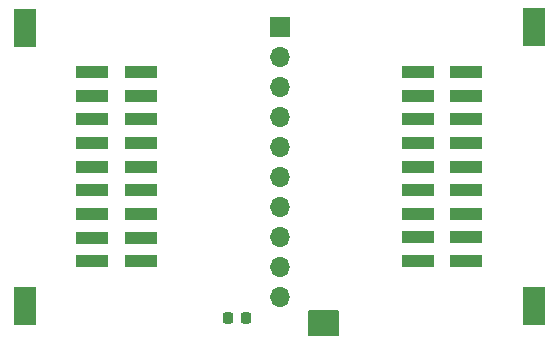
<source format=gbr>
%TF.GenerationSoftware,KiCad,Pcbnew,7.0.2*%
%TF.CreationDate,2023-11-04T13:58:57-04:00*%
%TF.ProjectId,AntSniffer,416e7453-6e69-4666-9665-722e6b696361,rev?*%
%TF.SameCoordinates,Original*%
%TF.FileFunction,Soldermask,Top*%
%TF.FilePolarity,Negative*%
%FSLAX46Y46*%
G04 Gerber Fmt 4.6, Leading zero omitted, Abs format (unit mm)*
G04 Created by KiCad (PCBNEW 7.0.2) date 2023-11-04 13:58:57*
%MOMM*%
%LPD*%
G01*
G04 APERTURE LIST*
G04 Aperture macros list*
%AMRoundRect*
0 Rectangle with rounded corners*
0 $1 Rounding radius*
0 $2 $3 $4 $5 $6 $7 $8 $9 X,Y pos of 4 corners*
0 Add a 4 corners polygon primitive as box body*
4,1,4,$2,$3,$4,$5,$6,$7,$8,$9,$2,$3,0*
0 Add four circle primitives for the rounded corners*
1,1,$1+$1,$2,$3*
1,1,$1+$1,$4,$5*
1,1,$1+$1,$6,$7*
1,1,$1+$1,$8,$9*
0 Add four rect primitives between the rounded corners*
20,1,$1+$1,$2,$3,$4,$5,0*
20,1,$1+$1,$4,$5,$6,$7,0*
20,1,$1+$1,$6,$7,$8,$9,0*
20,1,$1+$1,$8,$9,$2,$3,0*%
G04 Aperture macros list end*
%ADD10R,1.700000X1.700000*%
%ADD11O,1.700000X1.700000*%
%ADD12R,2.800000X1.100000*%
%ADD13R,1.900000X3.200000*%
%ADD14RoundRect,0.218750X-0.218750X-0.256250X0.218750X-0.256250X0.218750X0.256250X-0.218750X0.256250X0*%
G04 APERTURE END LIST*
D10*
%TO.C,J1*%
X168579800Y-45979000D03*
D11*
X168579800Y-48519000D03*
X168579800Y-51059000D03*
X168579800Y-53599000D03*
X168579800Y-56139000D03*
X168579800Y-58679000D03*
X168579800Y-61219000D03*
X168579800Y-63759000D03*
X168579800Y-66299000D03*
X168579800Y-68839000D03*
%TD*%
D12*
%TO.C,CN1*%
X152704800Y-49771800D03*
X156814800Y-49771800D03*
X152704800Y-51771800D03*
X156814800Y-51771800D03*
X152704800Y-53771800D03*
X156814800Y-53771800D03*
X152704800Y-55771800D03*
X156814800Y-55771800D03*
X152704800Y-57771800D03*
X156814800Y-57771800D03*
X152704800Y-59771800D03*
X156814800Y-59771800D03*
X152704800Y-61771800D03*
X156814800Y-61771800D03*
X152704800Y-63771800D03*
X156814800Y-63771800D03*
X152704800Y-65771800D03*
X156814800Y-65771800D03*
D13*
X146954800Y-69551800D03*
X146954800Y-45991800D03*
%TD*%
D12*
%TO.C,CN2*%
X184349900Y-65759600D03*
X180239900Y-65759600D03*
X184349900Y-63759600D03*
X180239900Y-63759600D03*
X184349900Y-61759600D03*
X180239900Y-61759600D03*
X184349900Y-59759600D03*
X180239900Y-59759600D03*
X184349900Y-57759600D03*
X180239900Y-57759600D03*
X184349900Y-55759600D03*
X180239900Y-55759600D03*
X184349900Y-53759600D03*
X180239900Y-53759600D03*
X184349900Y-51759600D03*
X180239900Y-51759600D03*
X184349900Y-49759600D03*
X180239900Y-49759600D03*
D13*
X190099900Y-45979600D03*
X190099900Y-69539600D03*
%TD*%
D14*
%TO.C,D1*%
X164160100Y-70561200D03*
X165735100Y-70561200D03*
%TD*%
G36*
X173501239Y-69945885D02*
G01*
X173546994Y-69998689D01*
X173558200Y-70050200D01*
X173558200Y-71986600D01*
X173538515Y-72053639D01*
X173485711Y-72099394D01*
X173434200Y-72110600D01*
X171091400Y-72110600D01*
X171024361Y-72090915D01*
X170978606Y-72038111D01*
X170967400Y-71986600D01*
X170967400Y-70050200D01*
X170987085Y-69983161D01*
X171039889Y-69937406D01*
X171091400Y-69926200D01*
X173434200Y-69926200D01*
X173501239Y-69945885D01*
G37*
M02*

</source>
